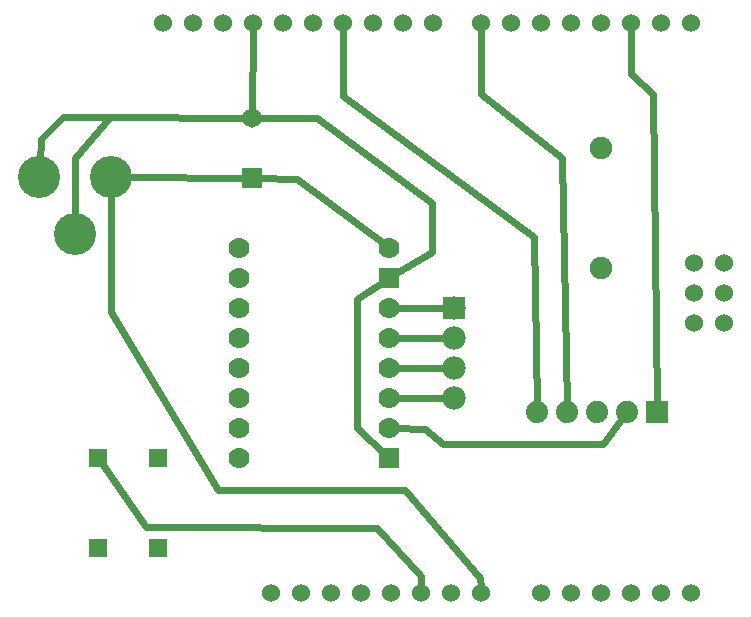
<source format=gtl>
G04 MADE WITH FRITZING*
G04 WWW.FRITZING.ORG*
G04 DOUBLE SIDED*
G04 HOLES PLATED*
G04 CONTOUR ON CENTER OF CONTOUR VECTOR*
%ASAXBY*%
%FSLAX23Y23*%
%MOIN*%
%OFA0B0*%
%SFA1.0B1.0*%
%ADD10C,0.074000*%
%ADD11C,0.059370*%
%ADD12C,0.140000*%
%ADD13C,0.065000*%
%ADD14C,0.070000*%
%ADD15C,0.078000*%
%ADD16C,0.060000*%
%ADD17C,0.075000*%
%ADD18R,0.074000X0.074000*%
%ADD19R,0.070000X0.070000*%
%ADD20R,0.078000X0.078000*%
%ADD21C,0.024000*%
%ADD22R,0.001000X0.001000*%
%LNCOPPER1*%
G90*
G70*
G54D10*
X2395Y705D03*
X2295Y705D03*
X2195Y705D03*
X2095Y705D03*
X1995Y705D03*
G54D11*
X731Y552D03*
X731Y252D03*
X531Y552D03*
X531Y252D03*
X731Y552D03*
X731Y252D03*
X531Y552D03*
X531Y252D03*
G54D12*
X575Y1489D03*
X335Y1489D03*
X455Y1299D03*
G54D13*
X1045Y1685D03*
X1045Y1485D03*
X1045Y1685D03*
X1045Y1485D03*
G54D14*
X1003Y1252D03*
X1503Y1252D03*
X1003Y1152D03*
X1503Y1152D03*
X1003Y1052D03*
X1503Y1052D03*
X1003Y952D03*
X1503Y952D03*
X1003Y852D03*
X1503Y852D03*
X1003Y752D03*
X1503Y752D03*
X1003Y652D03*
X1503Y652D03*
X1003Y552D03*
X1503Y552D03*
G54D15*
X1720Y1051D03*
X1720Y951D03*
X1720Y851D03*
X1720Y751D03*
G54D16*
X949Y2000D03*
X1809Y100D03*
X2409Y2000D03*
X2619Y1100D03*
X1349Y2000D03*
X2309Y100D03*
X2009Y2000D03*
X1409Y100D03*
X2619Y1200D03*
X2619Y1000D03*
X1549Y2000D03*
X1149Y2000D03*
X2109Y100D03*
X2509Y100D03*
X2209Y2000D03*
X1809Y2000D03*
X1609Y100D03*
X2519Y1200D03*
X2519Y1100D03*
X2519Y1000D03*
X1649Y2000D03*
X1449Y2000D03*
X1249Y2000D03*
X1049Y2000D03*
X749Y2000D03*
X849Y2000D03*
X2009Y100D03*
X2209Y100D03*
X2409Y100D03*
X2509Y2000D03*
X2309Y2000D03*
X2109Y2000D03*
X1909Y2000D03*
X1309Y100D03*
X1509Y100D03*
X1209Y100D03*
X1109Y100D03*
X1709Y100D03*
G54D17*
X2209Y1584D03*
X2209Y1184D03*
G54D18*
X2395Y705D03*
G54D19*
X1503Y552D03*
X1503Y1152D03*
G54D20*
X1720Y1051D03*
G54D21*
X692Y320D02*
X1463Y317D01*
D02*
X1463Y317D02*
X1608Y159D01*
D02*
X1608Y159D02*
X1609Y120D01*
D02*
X543Y536D02*
X692Y320D01*
D02*
X1681Y598D02*
X2217Y598D01*
D02*
X2383Y1763D02*
X2395Y725D01*
D02*
X2309Y1832D02*
X2383Y1763D01*
D02*
X1809Y1765D02*
X2080Y1550D01*
D02*
X1350Y1758D02*
X1986Y1288D01*
D02*
X1986Y1288D02*
X1995Y725D01*
D02*
X1621Y649D02*
X1681Y598D01*
D02*
X2080Y1550D02*
X2095Y725D01*
D02*
X2217Y598D02*
X2283Y689D01*
D02*
X1349Y1980D02*
X1350Y1758D01*
D02*
X1809Y1980D02*
X1809Y1765D01*
D02*
X1518Y652D02*
X1621Y649D01*
D02*
X2309Y1980D02*
X2309Y1832D01*
D02*
X576Y1036D02*
X575Y1439D01*
D02*
X931Y443D02*
X576Y1036D01*
D02*
X1554Y443D02*
X931Y443D01*
D02*
X1806Y152D02*
X1554Y443D01*
D02*
X1808Y120D02*
X1806Y152D01*
D02*
X1049Y1980D02*
X1045Y1698D01*
D02*
X415Y1687D02*
X342Y1615D01*
D02*
X342Y1615D02*
X338Y1539D01*
D02*
X571Y1686D02*
X415Y1687D01*
D02*
X625Y1489D02*
X1031Y1485D01*
D02*
X1518Y1052D02*
X1701Y1051D01*
D02*
X1701Y951D02*
X1518Y952D01*
D02*
X1701Y851D02*
X1518Y852D01*
D02*
X1701Y751D02*
X1518Y752D01*
D02*
X571Y1686D02*
X1031Y1685D01*
D02*
X1394Y1082D02*
X1396Y650D01*
D02*
X1396Y650D02*
X1492Y562D01*
D02*
X1491Y1144D02*
X1394Y1082D01*
D02*
X455Y1550D02*
X571Y1686D01*
D02*
X1194Y1482D02*
X1059Y1484D01*
D02*
X455Y1349D02*
X455Y1550D01*
D02*
X1491Y1261D02*
X1194Y1482D01*
D02*
X1646Y1402D02*
X1644Y1236D01*
D02*
X1261Y1684D02*
X1646Y1402D01*
D02*
X1059Y1685D02*
X1261Y1684D01*
D02*
X1644Y1236D02*
X1516Y1160D01*
G54D22*
X1013Y1517D02*
X1077Y1517D01*
X1013Y1516D02*
X1077Y1516D01*
X1013Y1515D02*
X1077Y1515D01*
X1013Y1514D02*
X1077Y1514D01*
X1013Y1513D02*
X1077Y1513D01*
X1013Y1512D02*
X1077Y1512D01*
X1013Y1511D02*
X1077Y1511D01*
X1013Y1510D02*
X1077Y1510D01*
X1013Y1509D02*
X1077Y1509D01*
X1013Y1508D02*
X1077Y1508D01*
X1013Y1507D02*
X1077Y1507D01*
X1013Y1506D02*
X1077Y1506D01*
X1013Y1505D02*
X1077Y1505D01*
X1013Y1504D02*
X1077Y1504D01*
X1013Y1503D02*
X1077Y1503D01*
X1013Y1502D02*
X1077Y1502D01*
X1013Y1501D02*
X1077Y1501D01*
X1013Y1500D02*
X1077Y1500D01*
X1013Y1499D02*
X1077Y1499D01*
X1013Y1498D02*
X1041Y1498D01*
X1049Y1498D02*
X1077Y1498D01*
X1013Y1497D02*
X1038Y1497D01*
X1052Y1497D02*
X1077Y1497D01*
X1013Y1496D02*
X1037Y1496D01*
X1054Y1496D02*
X1077Y1496D01*
X1013Y1495D02*
X1036Y1495D01*
X1055Y1495D02*
X1077Y1495D01*
X1013Y1494D02*
X1034Y1494D01*
X1056Y1494D02*
X1077Y1494D01*
X1013Y1493D02*
X1034Y1493D01*
X1057Y1493D02*
X1077Y1493D01*
X1013Y1492D02*
X1033Y1492D01*
X1057Y1492D02*
X1077Y1492D01*
X1013Y1491D02*
X1032Y1491D01*
X1058Y1491D02*
X1077Y1491D01*
X1013Y1490D02*
X1032Y1490D01*
X1058Y1490D02*
X1077Y1490D01*
X1013Y1489D02*
X1032Y1489D01*
X1059Y1489D02*
X1077Y1489D01*
X1013Y1488D02*
X1031Y1488D01*
X1059Y1488D02*
X1077Y1488D01*
X1013Y1487D02*
X1031Y1487D01*
X1059Y1487D02*
X1077Y1487D01*
X1013Y1486D02*
X1031Y1486D01*
X1059Y1486D02*
X1077Y1486D01*
X1013Y1485D02*
X1031Y1485D01*
X1059Y1485D02*
X1077Y1485D01*
X1013Y1484D02*
X1031Y1484D01*
X1059Y1484D02*
X1077Y1484D01*
X1013Y1483D02*
X1031Y1483D01*
X1059Y1483D02*
X1077Y1483D01*
X1013Y1482D02*
X1031Y1482D01*
X1059Y1482D02*
X1077Y1482D01*
X1013Y1481D02*
X1031Y1481D01*
X1059Y1481D02*
X1077Y1481D01*
X1013Y1480D02*
X1032Y1480D01*
X1059Y1480D02*
X1077Y1480D01*
X1013Y1479D02*
X1032Y1479D01*
X1058Y1479D02*
X1077Y1479D01*
X1013Y1478D02*
X1033Y1478D01*
X1058Y1478D02*
X1077Y1478D01*
X1013Y1477D02*
X1033Y1477D01*
X1057Y1477D02*
X1077Y1477D01*
X1013Y1476D02*
X1034Y1476D01*
X1056Y1476D02*
X1077Y1476D01*
X1013Y1475D02*
X1035Y1475D01*
X1055Y1475D02*
X1077Y1475D01*
X1013Y1474D02*
X1036Y1474D01*
X1054Y1474D02*
X1077Y1474D01*
X1013Y1473D02*
X1038Y1473D01*
X1053Y1473D02*
X1077Y1473D01*
X1013Y1472D02*
X1040Y1472D01*
X1051Y1472D02*
X1077Y1472D01*
X1013Y1471D02*
X1077Y1471D01*
X1013Y1470D02*
X1077Y1470D01*
X1013Y1469D02*
X1077Y1469D01*
X1013Y1468D02*
X1077Y1468D01*
X1013Y1467D02*
X1077Y1467D01*
X1013Y1466D02*
X1077Y1466D01*
X1013Y1465D02*
X1077Y1465D01*
X1013Y1464D02*
X1077Y1464D01*
X1013Y1463D02*
X1077Y1463D01*
X1013Y1462D02*
X1077Y1462D01*
X1013Y1461D02*
X1077Y1461D01*
X1013Y1460D02*
X1077Y1460D01*
X1013Y1459D02*
X1077Y1459D01*
X1013Y1458D02*
X1077Y1458D01*
X1013Y1457D02*
X1077Y1457D01*
X1013Y1456D02*
X1077Y1456D01*
X1013Y1455D02*
X1077Y1455D01*
X1013Y1454D02*
X1077Y1454D01*
X1013Y1453D02*
X1077Y1453D01*
X503Y582D02*
X561Y582D01*
X703Y582D02*
X761Y582D01*
X503Y581D02*
X561Y581D01*
X703Y581D02*
X761Y581D01*
X503Y580D02*
X561Y580D01*
X703Y580D02*
X761Y580D01*
X503Y579D02*
X561Y579D01*
X703Y579D02*
X761Y579D01*
X503Y578D02*
X561Y578D01*
X703Y578D02*
X761Y578D01*
X503Y577D02*
X561Y577D01*
X703Y577D02*
X761Y577D01*
X503Y576D02*
X561Y576D01*
X703Y576D02*
X761Y576D01*
X503Y575D02*
X561Y575D01*
X703Y575D02*
X761Y575D01*
X503Y574D02*
X561Y574D01*
X703Y574D02*
X761Y574D01*
X503Y573D02*
X561Y573D01*
X703Y573D02*
X761Y573D01*
X503Y572D02*
X529Y572D01*
X535Y572D02*
X561Y572D01*
X703Y572D02*
X729Y572D01*
X735Y572D02*
X761Y572D01*
X503Y571D02*
X525Y571D01*
X539Y571D02*
X561Y571D01*
X703Y571D02*
X724Y571D01*
X739Y571D02*
X761Y571D01*
X503Y570D02*
X522Y570D01*
X541Y570D02*
X561Y570D01*
X703Y570D02*
X722Y570D01*
X741Y570D02*
X761Y570D01*
X503Y569D02*
X520Y569D01*
X543Y569D02*
X561Y569D01*
X703Y569D02*
X720Y569D01*
X743Y569D02*
X761Y569D01*
X503Y568D02*
X519Y568D01*
X544Y568D02*
X561Y568D01*
X703Y568D02*
X719Y568D01*
X744Y568D02*
X761Y568D01*
X503Y567D02*
X518Y567D01*
X546Y567D02*
X561Y567D01*
X703Y567D02*
X718Y567D01*
X746Y567D02*
X761Y567D01*
X503Y566D02*
X517Y566D01*
X547Y566D02*
X561Y566D01*
X703Y566D02*
X717Y566D01*
X747Y566D02*
X761Y566D01*
X503Y565D02*
X516Y565D01*
X547Y565D02*
X561Y565D01*
X703Y565D02*
X716Y565D01*
X747Y565D02*
X761Y565D01*
X503Y564D02*
X515Y564D01*
X548Y564D02*
X561Y564D01*
X703Y564D02*
X715Y564D01*
X748Y564D02*
X761Y564D01*
X503Y563D02*
X515Y563D01*
X549Y563D02*
X561Y563D01*
X703Y563D02*
X715Y563D01*
X749Y563D02*
X761Y563D01*
X503Y562D02*
X514Y562D01*
X549Y562D02*
X561Y562D01*
X703Y562D02*
X714Y562D01*
X749Y562D02*
X761Y562D01*
X503Y561D02*
X514Y561D01*
X550Y561D02*
X561Y561D01*
X703Y561D02*
X714Y561D01*
X750Y561D02*
X761Y561D01*
X503Y560D02*
X513Y560D01*
X550Y560D02*
X561Y560D01*
X703Y560D02*
X713Y560D01*
X750Y560D02*
X761Y560D01*
X503Y559D02*
X513Y559D01*
X551Y559D02*
X561Y559D01*
X703Y559D02*
X713Y559D01*
X751Y559D02*
X761Y559D01*
X503Y558D02*
X512Y558D01*
X551Y558D02*
X561Y558D01*
X703Y558D02*
X712Y558D01*
X751Y558D02*
X761Y558D01*
X503Y557D02*
X512Y557D01*
X551Y557D02*
X561Y557D01*
X703Y557D02*
X712Y557D01*
X751Y557D02*
X761Y557D01*
X503Y556D02*
X512Y556D01*
X552Y556D02*
X561Y556D01*
X703Y556D02*
X712Y556D01*
X752Y556D02*
X761Y556D01*
X503Y555D02*
X512Y555D01*
X552Y555D02*
X561Y555D01*
X703Y555D02*
X712Y555D01*
X752Y555D02*
X761Y555D01*
X503Y554D02*
X512Y554D01*
X552Y554D02*
X561Y554D01*
X703Y554D02*
X712Y554D01*
X752Y554D02*
X761Y554D01*
X503Y553D02*
X512Y553D01*
X552Y553D02*
X561Y553D01*
X703Y553D02*
X712Y553D01*
X752Y553D02*
X761Y553D01*
X503Y552D02*
X512Y552D01*
X552Y552D02*
X561Y552D01*
X703Y552D02*
X712Y552D01*
X752Y552D02*
X761Y552D01*
X503Y551D02*
X512Y551D01*
X552Y551D02*
X561Y551D01*
X703Y551D02*
X712Y551D01*
X752Y551D02*
X761Y551D01*
X503Y550D02*
X512Y550D01*
X552Y550D02*
X561Y550D01*
X703Y550D02*
X712Y550D01*
X752Y550D02*
X761Y550D01*
X503Y549D02*
X512Y549D01*
X552Y549D02*
X561Y549D01*
X703Y549D02*
X712Y549D01*
X752Y549D02*
X761Y549D01*
X503Y548D02*
X512Y548D01*
X551Y548D02*
X561Y548D01*
X703Y548D02*
X712Y548D01*
X751Y548D02*
X761Y548D01*
X503Y547D02*
X513Y547D01*
X551Y547D02*
X561Y547D01*
X703Y547D02*
X712Y547D01*
X751Y547D02*
X761Y547D01*
X503Y546D02*
X513Y546D01*
X551Y546D02*
X561Y546D01*
X703Y546D02*
X713Y546D01*
X751Y546D02*
X761Y546D01*
X503Y545D02*
X513Y545D01*
X550Y545D02*
X561Y545D01*
X703Y545D02*
X713Y545D01*
X750Y545D02*
X761Y545D01*
X503Y544D02*
X514Y544D01*
X550Y544D02*
X561Y544D01*
X703Y544D02*
X714Y544D01*
X750Y544D02*
X761Y544D01*
X503Y543D02*
X514Y543D01*
X549Y543D02*
X561Y543D01*
X703Y543D02*
X714Y543D01*
X749Y543D02*
X761Y543D01*
X503Y542D02*
X515Y542D01*
X549Y542D02*
X561Y542D01*
X703Y542D02*
X715Y542D01*
X749Y542D02*
X761Y542D01*
X503Y541D02*
X515Y541D01*
X548Y541D02*
X561Y541D01*
X703Y541D02*
X715Y541D01*
X748Y541D02*
X761Y541D01*
X503Y540D02*
X516Y540D01*
X547Y540D02*
X561Y540D01*
X703Y540D02*
X716Y540D01*
X747Y540D02*
X761Y540D01*
X503Y539D02*
X517Y539D01*
X546Y539D02*
X561Y539D01*
X703Y539D02*
X717Y539D01*
X746Y539D02*
X761Y539D01*
X503Y538D02*
X518Y538D01*
X545Y538D02*
X561Y538D01*
X703Y538D02*
X718Y538D01*
X745Y538D02*
X761Y538D01*
X503Y537D02*
X519Y537D01*
X544Y537D02*
X561Y537D01*
X703Y537D02*
X719Y537D01*
X744Y537D02*
X761Y537D01*
X503Y536D02*
X521Y536D01*
X543Y536D02*
X561Y536D01*
X703Y536D02*
X721Y536D01*
X743Y536D02*
X761Y536D01*
X503Y535D02*
X523Y535D01*
X541Y535D02*
X561Y535D01*
X703Y535D02*
X723Y535D01*
X741Y535D02*
X761Y535D01*
X503Y534D02*
X525Y534D01*
X539Y534D02*
X561Y534D01*
X703Y534D02*
X725Y534D01*
X738Y534D02*
X761Y534D01*
X503Y533D02*
X530Y533D01*
X533Y533D02*
X561Y533D01*
X703Y533D02*
X730Y533D01*
X733Y533D02*
X761Y533D01*
X503Y532D02*
X561Y532D01*
X703Y532D02*
X761Y532D01*
X503Y531D02*
X561Y531D01*
X703Y531D02*
X761Y531D01*
X503Y530D02*
X561Y530D01*
X703Y530D02*
X761Y530D01*
X503Y529D02*
X561Y529D01*
X703Y529D02*
X761Y529D01*
X503Y528D02*
X561Y528D01*
X703Y528D02*
X761Y528D01*
X503Y527D02*
X561Y527D01*
X703Y527D02*
X761Y527D01*
X503Y526D02*
X561Y526D01*
X703Y526D02*
X761Y526D01*
X503Y525D02*
X561Y525D01*
X703Y525D02*
X761Y525D01*
X503Y524D02*
X561Y524D01*
X703Y524D02*
X761Y524D01*
X503Y523D02*
X561Y523D01*
X703Y523D02*
X761Y523D01*
X503Y282D02*
X561Y282D01*
X703Y282D02*
X761Y282D01*
X503Y281D02*
X561Y281D01*
X703Y281D02*
X761Y281D01*
X503Y280D02*
X561Y280D01*
X703Y280D02*
X761Y280D01*
X503Y279D02*
X561Y279D01*
X703Y279D02*
X761Y279D01*
X503Y278D02*
X561Y278D01*
X703Y278D02*
X761Y278D01*
X503Y277D02*
X561Y277D01*
X703Y277D02*
X761Y277D01*
X503Y276D02*
X561Y276D01*
X703Y276D02*
X761Y276D01*
X503Y275D02*
X561Y275D01*
X703Y275D02*
X761Y275D01*
X503Y274D02*
X561Y274D01*
X703Y274D02*
X761Y274D01*
X503Y273D02*
X561Y273D01*
X703Y273D02*
X761Y273D01*
X503Y272D02*
X528Y272D01*
X535Y272D02*
X561Y272D01*
X703Y272D02*
X728Y272D01*
X735Y272D02*
X761Y272D01*
X503Y271D02*
X524Y271D01*
X539Y271D02*
X561Y271D01*
X703Y271D02*
X724Y271D01*
X739Y271D02*
X761Y271D01*
X503Y270D02*
X522Y270D01*
X541Y270D02*
X561Y270D01*
X703Y270D02*
X722Y270D01*
X741Y270D02*
X761Y270D01*
X503Y269D02*
X520Y269D01*
X543Y269D02*
X561Y269D01*
X703Y269D02*
X720Y269D01*
X743Y269D02*
X761Y269D01*
X503Y268D02*
X519Y268D01*
X544Y268D02*
X561Y268D01*
X703Y268D02*
X719Y268D01*
X744Y268D02*
X761Y268D01*
X503Y267D02*
X518Y267D01*
X546Y267D02*
X561Y267D01*
X703Y267D02*
X718Y267D01*
X746Y267D02*
X761Y267D01*
X503Y266D02*
X517Y266D01*
X547Y266D02*
X561Y266D01*
X703Y266D02*
X717Y266D01*
X747Y266D02*
X761Y266D01*
X503Y265D02*
X516Y265D01*
X548Y265D02*
X561Y265D01*
X703Y265D02*
X716Y265D01*
X747Y265D02*
X761Y265D01*
X503Y264D02*
X515Y264D01*
X548Y264D02*
X561Y264D01*
X703Y264D02*
X715Y264D01*
X748Y264D02*
X761Y264D01*
X503Y263D02*
X515Y263D01*
X549Y263D02*
X561Y263D01*
X703Y263D02*
X715Y263D01*
X749Y263D02*
X761Y263D01*
X503Y262D02*
X514Y262D01*
X550Y262D02*
X561Y262D01*
X703Y262D02*
X714Y262D01*
X749Y262D02*
X761Y262D01*
X503Y261D02*
X514Y261D01*
X550Y261D02*
X561Y261D01*
X703Y261D02*
X713Y261D01*
X750Y261D02*
X761Y261D01*
X503Y260D02*
X513Y260D01*
X551Y260D02*
X561Y260D01*
X703Y260D02*
X713Y260D01*
X750Y260D02*
X761Y260D01*
X503Y259D02*
X513Y259D01*
X551Y259D02*
X561Y259D01*
X703Y259D02*
X713Y259D01*
X751Y259D02*
X761Y259D01*
X503Y258D02*
X512Y258D01*
X551Y258D02*
X561Y258D01*
X703Y258D02*
X712Y258D01*
X751Y258D02*
X761Y258D01*
X503Y257D02*
X512Y257D01*
X551Y257D02*
X561Y257D01*
X703Y257D02*
X712Y257D01*
X751Y257D02*
X761Y257D01*
X503Y256D02*
X512Y256D01*
X552Y256D02*
X561Y256D01*
X703Y256D02*
X712Y256D01*
X752Y256D02*
X761Y256D01*
X503Y255D02*
X512Y255D01*
X552Y255D02*
X561Y255D01*
X703Y255D02*
X712Y255D01*
X752Y255D02*
X761Y255D01*
X503Y254D02*
X512Y254D01*
X552Y254D02*
X561Y254D01*
X703Y254D02*
X712Y254D01*
X752Y254D02*
X761Y254D01*
X503Y253D02*
X512Y253D01*
X552Y253D02*
X561Y253D01*
X703Y253D02*
X712Y253D01*
X752Y253D02*
X761Y253D01*
X503Y252D02*
X512Y252D01*
X552Y252D02*
X561Y252D01*
X703Y252D02*
X712Y252D01*
X752Y252D02*
X761Y252D01*
X503Y251D02*
X512Y251D01*
X552Y251D02*
X561Y251D01*
X703Y251D02*
X712Y251D01*
X752Y251D02*
X761Y251D01*
X503Y250D02*
X512Y250D01*
X552Y250D02*
X561Y250D01*
X703Y250D02*
X712Y250D01*
X752Y250D02*
X761Y250D01*
X503Y249D02*
X512Y249D01*
X552Y249D02*
X561Y249D01*
X703Y249D02*
X712Y249D01*
X752Y249D02*
X761Y249D01*
X503Y248D02*
X512Y248D01*
X551Y248D02*
X561Y248D01*
X703Y248D02*
X712Y248D01*
X751Y248D02*
X761Y248D01*
X503Y247D02*
X513Y247D01*
X551Y247D02*
X561Y247D01*
X703Y247D02*
X712Y247D01*
X751Y247D02*
X761Y247D01*
X503Y246D02*
X513Y246D01*
X551Y246D02*
X561Y246D01*
X703Y246D02*
X713Y246D01*
X751Y246D02*
X761Y246D01*
X503Y245D02*
X513Y245D01*
X550Y245D02*
X561Y245D01*
X703Y245D02*
X713Y245D01*
X750Y245D02*
X761Y245D01*
X503Y244D02*
X514Y244D01*
X550Y244D02*
X561Y244D01*
X703Y244D02*
X714Y244D01*
X750Y244D02*
X761Y244D01*
X503Y243D02*
X514Y243D01*
X549Y243D02*
X561Y243D01*
X703Y243D02*
X714Y243D01*
X749Y243D02*
X761Y243D01*
X503Y242D02*
X515Y242D01*
X549Y242D02*
X561Y242D01*
X703Y242D02*
X715Y242D01*
X749Y242D02*
X761Y242D01*
X503Y241D02*
X516Y241D01*
X548Y241D02*
X561Y241D01*
X703Y241D02*
X715Y241D01*
X748Y241D02*
X761Y241D01*
X503Y240D02*
X516Y240D01*
X547Y240D02*
X561Y240D01*
X703Y240D02*
X716Y240D01*
X747Y240D02*
X761Y240D01*
X503Y239D02*
X517Y239D01*
X546Y239D02*
X561Y239D01*
X703Y239D02*
X717Y239D01*
X746Y239D02*
X761Y239D01*
X503Y238D02*
X518Y238D01*
X545Y238D02*
X561Y238D01*
X703Y238D02*
X718Y238D01*
X745Y238D02*
X761Y238D01*
X503Y237D02*
X519Y237D01*
X544Y237D02*
X561Y237D01*
X703Y237D02*
X719Y237D01*
X744Y237D02*
X761Y237D01*
X503Y236D02*
X521Y236D01*
X543Y236D02*
X561Y236D01*
X703Y236D02*
X721Y236D01*
X743Y236D02*
X761Y236D01*
X503Y235D02*
X523Y235D01*
X541Y235D02*
X561Y235D01*
X703Y235D02*
X723Y235D01*
X741Y235D02*
X761Y235D01*
X503Y234D02*
X525Y234D01*
X538Y234D02*
X561Y234D01*
X703Y234D02*
X725Y234D01*
X738Y234D02*
X761Y234D01*
X503Y233D02*
X561Y233D01*
X703Y233D02*
X761Y233D01*
X503Y232D02*
X561Y232D01*
X703Y232D02*
X761Y232D01*
X503Y231D02*
X561Y231D01*
X703Y231D02*
X761Y231D01*
X503Y230D02*
X561Y230D01*
X703Y230D02*
X761Y230D01*
X503Y229D02*
X561Y229D01*
X703Y229D02*
X761Y229D01*
X503Y228D02*
X561Y228D01*
X703Y228D02*
X761Y228D01*
X503Y227D02*
X561Y227D01*
X703Y227D02*
X761Y227D01*
X503Y226D02*
X561Y226D01*
X703Y226D02*
X761Y226D01*
X503Y225D02*
X561Y225D01*
X703Y225D02*
X761Y225D01*
X503Y224D02*
X561Y224D01*
X703Y224D02*
X761Y224D01*
X503Y223D02*
X561Y223D01*
X703Y223D02*
X760Y223D01*
D02*
G04 End of Copper1*
M02*
</source>
